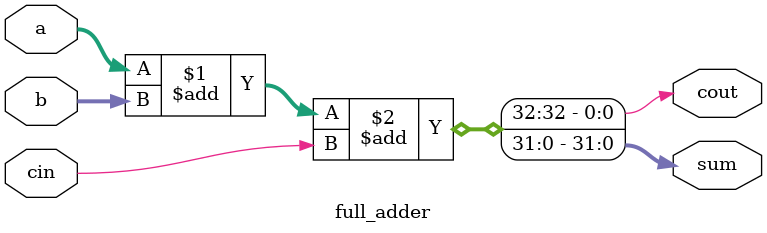
<source format=v>
`timescale 1ns / 1ps


module full_adder(a,b,cin,sum,cout);

    output[31:0] sum;
    output cout;
    input[31:0] a,b;
    input cin;
    
    assign {cout, sum} = a+b+cin;

endmodule

</source>
